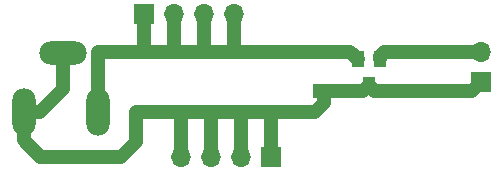
<source format=gbr>
G04 #@! TF.GenerationSoftware,KiCad,Pcbnew,(5.1.5-0-10_14)*
G04 #@! TF.CreationDate,2020-06-14T18:07:00+09:00*
G04 #@! TF.ProjectId,power,706f7765-722e-46b6-9963-61645f706362,rev?*
G04 #@! TF.SameCoordinates,Original*
G04 #@! TF.FileFunction,Copper,L1,Top*
G04 #@! TF.FilePolarity,Positive*
%FSLAX46Y46*%
G04 Gerber Fmt 4.6, Leading zero omitted, Abs format (unit mm)*
G04 Created by KiCad (PCBNEW (5.1.5-0-10_14)) date 2020-06-14 18:07:00*
%MOMM*%
%LPD*%
G04 APERTURE LIST*
%ADD10R,1.905000X1.270000*%
%ADD11O,1.700000X1.700000*%
%ADD12R,1.700000X1.700000*%
%ADD13O,1.998980X3.997960*%
%ADD14O,3.997960X1.998980*%
%ADD15R,0.998220X1.399540*%
%ADD16C,1.200000*%
G04 APERTURE END LIST*
D10*
X167005000Y-93472000D03*
X167005000Y-90170000D03*
X158750000Y-93472000D03*
X158750000Y-90170000D03*
D11*
X172085000Y-90170000D03*
D12*
X172085000Y-92710000D03*
D11*
X151130000Y-86995000D03*
X148590000Y-86995000D03*
X146050000Y-86995000D03*
D12*
X143510000Y-86995000D03*
D11*
X146685000Y-99060000D03*
X149225000Y-99060000D03*
X151765000Y-99060000D03*
D12*
X154305000Y-99060000D03*
D13*
X139651740Y-95250000D03*
D14*
X136649460Y-90248740D03*
D13*
X133350000Y-95250000D03*
D15*
X162560000Y-93004640D03*
X161610040Y-90805000D03*
X163509960Y-90805000D03*
D16*
X148590000Y-95250000D02*
X151130000Y-95250000D01*
X146050000Y-95250000D02*
X148590000Y-95250000D01*
X143510000Y-95250000D02*
X146050000Y-95250000D01*
X146685000Y-99060000D02*
X146685000Y-95250000D01*
X149225000Y-99060000D02*
X149225000Y-95250000D01*
X151765000Y-99060000D02*
X151765000Y-95250000D01*
X154305000Y-99060000D02*
X154305000Y-95250000D01*
X162092640Y-93472000D02*
X162560000Y-93004640D01*
X158750000Y-93472000D02*
X162092640Y-93472000D01*
X163027360Y-93472000D02*
X162560000Y-93004640D01*
X167005000Y-93472000D02*
X163027360Y-93472000D01*
X171323000Y-93472000D02*
X172085000Y-92710000D01*
X167005000Y-93472000D02*
X171323000Y-93472000D01*
X158750000Y-94507000D02*
X158750000Y-93472000D01*
X158007000Y-95250000D02*
X158750000Y-94507000D01*
X151130000Y-95250000D02*
X158007000Y-95250000D01*
X134749490Y-95250000D02*
X133350000Y-95250000D01*
X136649460Y-93350030D02*
X134749490Y-95250000D01*
X136649460Y-90248740D02*
X136649460Y-93350030D01*
X141605000Y-99060000D02*
X142875000Y-97790000D01*
X142875000Y-97790000D02*
X142875000Y-95250000D01*
X142875000Y-95250000D02*
X144780000Y-95250000D01*
X133350000Y-97648980D02*
X134761020Y-99060000D01*
X134761020Y-99060000D02*
X141605000Y-99060000D01*
X133350000Y-95250000D02*
X133350000Y-97648980D01*
X143510000Y-86995000D02*
X143510000Y-90170000D01*
X146050000Y-90170000D02*
X146056965Y-90176965D01*
X146050000Y-86995000D02*
X146050000Y-90170000D01*
X143510000Y-90170000D02*
X146056965Y-90176965D01*
X148590000Y-86995000D02*
X148590000Y-90170000D01*
X151130000Y-90170000D02*
X151150895Y-90190895D01*
X151130000Y-86995000D02*
X151130000Y-90170000D01*
X146056965Y-90176965D02*
X151150895Y-90190895D01*
X149880895Y-90190895D02*
X153035000Y-90170000D01*
X153035000Y-90170000D02*
X158750000Y-90170000D01*
X160975040Y-90170000D02*
X161610040Y-90805000D01*
X158750000Y-90170000D02*
X160975040Y-90170000D01*
X163509960Y-90805000D02*
X163509960Y-90490040D01*
X163509960Y-90490040D02*
X163830000Y-90170000D01*
X163830000Y-90170000D02*
X167005000Y-90170000D01*
X167005000Y-90170000D02*
X172085000Y-90170000D01*
X143510000Y-90170000D02*
X139700000Y-90170000D01*
X139651740Y-90218260D02*
X139651740Y-95250000D01*
X139700000Y-90170000D02*
X139651740Y-90218260D01*
M02*

</source>
